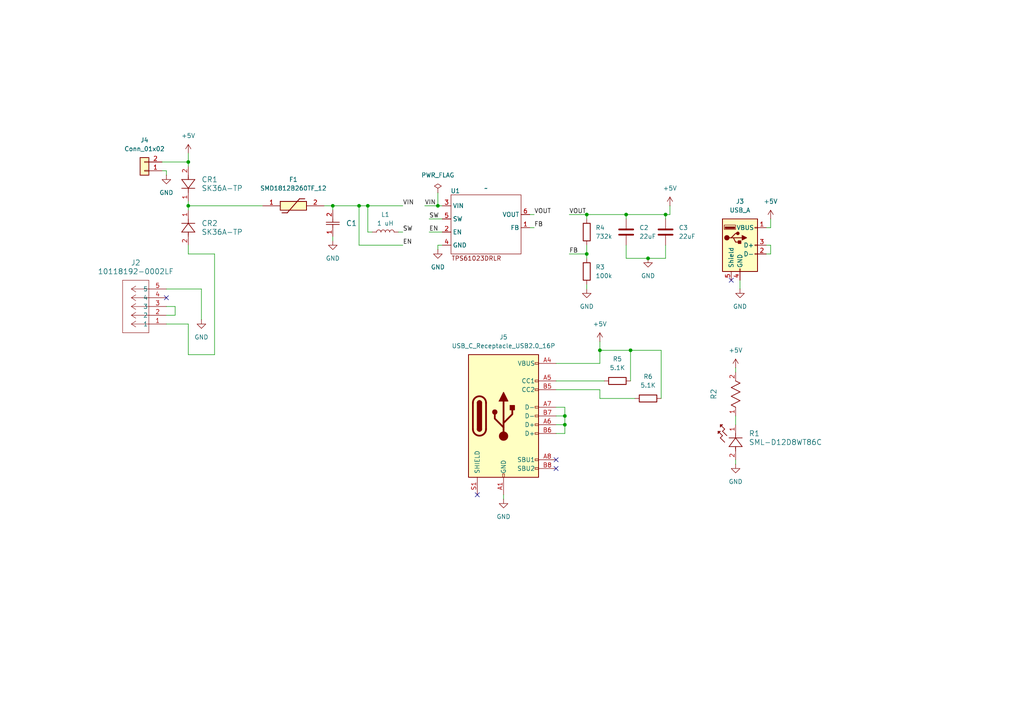
<source format=kicad_sch>
(kicad_sch (version 20250114) (generator "eeschema") (generator_version "9.0")
  (paper "A4")
  (lib_symbols
    (symbol "2025-02-28_00-44-59:10118192-0002LF" (pin_names (offset 0.254))
      (property "Reference" "J" (at 8.89 6.35 0))
      (property "Value" "10118192-0002LF" (at 0 0 0))
      (symbol "10118192-0002LF_1_1"
        (polyline (pts (xy 5.08 2.54) (xy 5.08 -12.7)) (stroke (width 0.127)))
        (polyline (pts (xy 5.08 -12.7) (xy 12.7 -12.7)) (stroke (width 0.127)))
        (polyline (pts (xy 10.16 0) (xy 5.08 0)) (stroke (width 0.127)))
        (polyline (pts (xy 10.16 0) (xy 8.89 0.8467)) (stroke (width 0.127)))
        (polyline (pts (xy 10.16 0) (xy 8.89 -0.8467)) (stroke (width 0.127)))
        (polyline (pts (xy 10.16 -2.54) (xy 5.08 -2.54)) (stroke (width 0.127)))
        (polyline (pts (xy 10.16 -2.54) (xy 8.89 -1.6933)) (stroke (width 0.127)))
        (polyline (pts (xy 10.16 -2.54) (xy 8.89 -3.3867)) (stroke (width 0.127)))
        (polyline (pts (xy 10.16 -5.08) (xy 5.08 -5.08)) (stroke (width 0.127)))
        (polyline (pts (xy 10.16 -5.08) (xy 8.89 -4.2333)) (stroke (width 0.127)))
        (polyline (pts (xy 10.16 -5.08) (xy 8.89 -5.9267)) (stroke (width 0.127)))
        (polyline (pts (xy 10.16 -7.62) (xy 5.08 -7.62)) (stroke (width 0.127)))
        (polyline (pts (xy 10.16 -7.62) (xy 8.89 -6.7733)) (stroke (width 0.127)))
        (polyline (pts (xy 10.16 -7.62) (xy 8.89 -8.4667)) (stroke (width 0.127)))
        (polyline (pts (xy 10.16 -10.16) (xy 5.08 -10.16)) (stroke (width 0.127)))
        (polyline (pts (xy 10.16 -10.16) (xy 8.89 -9.3133)) (stroke (width 0.127)))
        (polyline (pts (xy 10.16 -10.16) (xy 8.89 -11.0067)) (stroke (width 0.127)))
        (polyline (pts (xy 12.7 2.54) (xy 5.08 2.54)) (stroke (width 0.127)))
        (polyline (pts (xy 12.7 -12.7) (xy 12.7 2.54)) (stroke (width 0.127)))
        (pin unspecified line (at 0 0 0) (length 5.08) (name "1") (number "1"))
        (pin unspecified line (at 0 -2.54 0) (length 5.08) (name "2") (number "2"))
        (pin unspecified line (at 0 -5.08 0) (length 5.08) (name "3") (number "3"))
        (pin unspecified line (at 0 -7.62 0) (length 5.08) (name "4") (number "4"))
        (pin unspecified line (at 0 -10.16 0) (length 5.08) (name "5") (number "5"))
      )
      (symbol "10118192-0002LF_1_2"
        (polyline (pts (xy 5.08 2.54) (xy 5.08 -12.7)) (stroke (width 0.127)))
        (polyline (pts (xy 5.08 -12.7) (xy 12.7 -12.7)) (stroke (width 0.127)))
        (polyline (pts (xy 7.62 0) (xy 5.08 0)) (stroke (width 0.127)))
        (polyline (pts (xy 7.62 0) (xy 8.89 0.8467)) (stroke (width 0.127)))
        (polyline (pts (xy 7.62 0) (xy 8.89 -0.8467)) (stroke (width 0.127)))
        (polyline (pts (xy 7.62 -2.54) (xy 5.08 -2.54)) (stroke (width 0.127)))
        (polyline (pts (xy 7.62 -2.54) (xy 8.89 -1.6933)) (stroke (width 0.127)))
        (polyline (pts (xy 7.62 -2.54) (xy 8.89 -3.3867)) (stroke (width 0.127)))
        (polyline (pts (xy 7.62 -5.08) (xy 5.08 -5.08)) (stroke (width 0.127)))
        (polyline (pts (xy 7.62 -5.08) (xy 8.89 -4.2333)) (stroke (width 0.127)))
        (polyline (pts (xy 7.62 -5.08) (xy 8.89 -5.9267)) (stroke (width 0.127)))
        (polyline (pts (xy 7.62 -7.62) (xy 5.08 -7.62)) (stroke (width 0.127)))
        (polyline (pts (xy 7.62 -7.62) (xy 8.89 -6.7733)) (stroke (width 0.127)))
        (polyline (pts (xy 7.62 -7.62) (xy 8.89 -8.4667)) (stroke (width 0.127)))
        (polyline (pts (xy 7.62 -10.16) (xy 5.08 -10.16)) (stroke (width 0.127)))
        (polyline (pts (xy 7.62 -10.16) (xy 8.89 -9.3133)) (stroke (width 0.127)))
        (polyline (pts (xy 7.62 -10.16) (xy 8.89 -11.0067)) (stroke (width 0.127)))
        (polyline (pts (xy 12.7 2.54) (xy 5.08 2.54)) (stroke (width 0.127)))
        (polyline (pts (xy 12.7 -12.7) (xy 12.7 2.54)) (stroke (width 0.127)))
        (pin unspecified line (at 0 0 0) (length 5.08) (name "1") (number "1"))
        (pin unspecified line (at 0 -2.54 0) (length 5.08) (name "2") (number "2"))
        (pin unspecified line (at 0 -5.08 0) (length 5.08) (name "3") (number "3"))
        (pin unspecified line (at 0 -7.62 0) (length 5.08) (name "4") (number "4"))
        (pin unspecified line (at 0 -10.16 0) (length 5.08) (name "5") (number "5"))
      )
    )
    (symbol "2025-02-28_01-18-47:SK36A-TP" (pin_names (offset 0.254))
      (property "Reference" "CR" (at 5.08 4.445 0))
      (property "Value" "SK36A-TP" (at 5.08 -3.81 0))
      (symbol "SK36A-TP_1_1"
        (polyline (pts (xy 2.54 0) (xy 3.4798 0)) (stroke (width 0.2032)))
        (polyline (pts (xy 3.175 0) (xy 3.81 0)) (stroke (width 0.2032)))
        (polyline (pts (xy 3.81 1.905) (xy 3.81 -1.905)) (stroke (width 0.2032)))
        (polyline (pts (xy 3.81 -1.905) (xy 6.35 0)) (stroke (width 0.2032)))
        (polyline (pts (xy 6.35 0) (xy 3.81 1.905)) (stroke (width 0.2032)))
        (polyline (pts (xy 6.35 0) (xy 7.62 0)) (stroke (width 0.2032)))
        (polyline (pts (xy 6.35 -1.905) (xy 6.35 1.905)) (stroke (width 0.2032)))
        (pin unspecified line (at 0 0 0) (length 2.54) (name "") (number "2"))
        (pin unspecified line (at 10.16 0 180) (length 2.54) (name "") (number "1"))
      )
      (symbol "SK36A-TP_1_2"
        (polyline (pts (xy -1.905 3.81) (xy 1.905 3.81)) (stroke (width 0.2032)))
        (polyline (pts (xy 0 6.35) (xy -1.905 3.81)) (stroke (width 0.2032)))
        (polyline (pts (xy 0 6.35) (xy 0 7.62)) (stroke (width 0.2032)))
        (polyline (pts (xy 0 3.175) (xy 0 3.81)) (stroke (width 0.2032)))
        (polyline (pts (xy 0 2.54) (xy 0 3.4798)) (stroke (width 0.2032)))
        (polyline (pts (xy 1.905 6.35) (xy -1.905 6.35)) (stroke (width 0.2032)))
        (polyline (pts (xy 1.905 3.81) (xy 0 6.35)) (stroke (width 0.2032)))
        (pin unspecified line (at 0 10.16 270) (length 2.54) (name "") (number "1"))
        (pin unspecified line (at 0 0 90) (length 2.54) (name "") (number "2"))
      )
    )
    (symbol "2025-02-28_03-17-54:SML-D12D8WT86C" (pin_names (offset 0.254))
      (property "Reference" "R" (at 5.08 -4.445 0))
      (property "Value" "SML-D12D8WT86C" (at 5.08 -7.62 0))
      (symbol "SML-D12D8WT86C_1_1"
        (polyline (pts (xy 2.54 0) (xy 3.4798 0)) (stroke (width 0.2032)))
        (polyline (pts (xy 3.175 0) (xy 3.81 0)) (stroke (width 0.2032)))
        (polyline (pts (xy 3.81 1.905) (xy 3.81 -1.905)) (stroke (width 0.2032)))
        (polyline (pts (xy 3.81 -1.905) (xy 6.35 0)) (stroke (width 0.2032)))
        (polyline (pts (xy 5.08 3.175) (xy 6.35 4.445)) (stroke (width 0.2032)))
        (polyline (pts (xy 6.35 4.445) (xy 6.985 3.81)) (stroke (width 0.2032)))
        (polyline (pts (xy 6.35 0) (xy 3.81 1.905)) (stroke (width 0.2032)))
        (polyline (pts (xy 6.35 0) (xy 7.62 0)) (stroke (width 0.2032)))
        (polyline (pts (xy 6.35 -1.905) (xy 6.35 1.905)) (stroke (width 0.2032)))
        (polyline (pts (xy 6.985 3.81) (xy 8.255 5.08)) (stroke (width 0.2032)))
        (polyline (pts (xy 6.985 2.54) (xy 8.255 3.81)) (stroke (width 0.2032)))
        (polyline (pts (xy 7.62 5.08) (xy 8.255 4.445)) (stroke (width 0.2032)))
        (polyline (pts (xy 8.255 5.08) (xy 7.62 5.08)) (stroke (width 0.2032)))
        (polyline (pts (xy 8.255 4.445) (xy 8.255 5.08)) (stroke (width 0.2032)))
        (polyline (pts (xy 8.255 3.81) (xy 8.89 3.175)) (stroke (width 0.2032)))
        (polyline (pts (xy 8.89 3.175) (xy 10.16 4.445)) (stroke (width 0.2032)))
        (polyline (pts (xy 9.525 4.445) (xy 10.16 3.81)) (stroke (width 0.2032)))
        (polyline (pts (xy 10.16 4.445) (xy 9.525 4.445)) (stroke (width 0.2032)))
        (polyline (pts (xy 10.16 3.81) (xy 10.16 4.445)) (stroke (width 0.2032)))
        (pin unspecified line (at 0 0 0) (length 2.54) (name "") (number "2"))
        (pin unspecified line (at 10.16 0 180) (length 2.54) (name "") (number "1"))
      )
      (symbol "SML-D12D8WT86C_1_2"
        (polyline (pts (xy -5.08 8.255) (xy -5.08 7.62)) (stroke (width 0.2032)))
        (polyline (pts (xy -5.08 7.62) (xy -4.445 8.255)) (stroke (width 0.2032)))
        (polyline (pts (xy -4.445 10.16) (xy -4.445 9.525)) (stroke (width 0.2032)))
        (polyline (pts (xy -4.445 9.525) (xy -3.81 10.16)) (stroke (width 0.2032)))
        (polyline (pts (xy -4.445 8.255) (xy -5.08 8.255)) (stroke (width 0.2032)))
        (polyline (pts (xy -4.445 6.35) (xy -3.81 6.985)) (stroke (width 0.2032)))
        (polyline (pts (xy -3.81 10.16) (xy -4.445 10.16)) (stroke (width 0.2032)))
        (polyline (pts (xy -3.81 8.255) (xy -3.175 8.89)) (stroke (width 0.2032)))
        (polyline (pts (xy -3.81 6.985) (xy -5.08 8.255)) (stroke (width 0.2032)))
        (polyline (pts (xy -3.175 8.89) (xy -4.445 10.16)) (stroke (width 0.2032)))
        (polyline (pts (xy -3.175 5.08) (xy -4.445 6.35)) (stroke (width 0.2032)))
        (polyline (pts (xy -2.54 6.985) (xy -3.81 8.255)) (stroke (width 0.2032)))
        (polyline (pts (xy -1.905 3.81) (xy 1.905 3.81)) (stroke (width 0.2032)))
        (polyline (pts (xy 0 6.35) (xy -1.905 3.81)) (stroke (width 0.2032)))
        (polyline (pts (xy 0 6.35) (xy 0 7.62)) (stroke (width 0.2032)))
        (polyline (pts (xy 0 3.175) (xy 0 3.81)) (stroke (width 0.2032)))
        (polyline (pts (xy 0 2.54) (xy 0 3.4798)) (stroke (width 0.2032)))
        (polyline (pts (xy 1.905 6.35) (xy -1.905 6.35)) (stroke (width 0.2032)))
        (polyline (pts (xy 1.905 3.81) (xy 0 6.35)) (stroke (width 0.2032)))
        (pin unspecified line (at 0 10.16 270) (length 2.54) (name "") (number "1"))
        (pin unspecified line (at 0 0 90) (length 2.54) (name "") (number "2"))
      )
    )
    (symbol "2025-02-28_03-24-14:RR0816P-2800-D-44A" (pin_names (offset 0.254))
      (property "Reference" "R" (at 5.715 3.81 0))
      (property "Value" "RR0816P-2800-D-44A" (at 6.35 -3.81 0))
      (symbol "RR0816P-2800-D-44A_1_1"
        (polyline (pts (xy 2.54 0) (xy 3.175 1.27)) (stroke (width 0.2032)))
        (polyline (pts (xy 3.175 1.27) (xy 4.445 -1.27)) (stroke (width 0.2032)))
        (polyline (pts (xy 4.445 -1.27) (xy 5.715 1.27)) (stroke (width 0.2032)))
        (polyline (pts (xy 5.715 1.27) (xy 6.985 -1.27)) (stroke (width 0.2032)))
        (polyline (pts (xy 6.985 -1.27) (xy 8.255 1.27)) (stroke (width 0.2032)))
        (polyline (pts (xy 8.255 1.27) (xy 9.525 -1.27)) (stroke (width 0.2032)))
        (polyline (pts (xy 9.525 -1.27) (xy 10.16 0)) (stroke (width 0.2032)))
        (pin unspecified line (at 0 0 0) (length 2.54) (name "") (number "1"))
        (pin unspecified line (at 12.7 0 180) (length 2.54) (name "") (number "2"))
      )
      (symbol "RR0816P-2800-D-44A_1_2"
        (polyline (pts (xy -1.27 8.255) (xy 1.27 9.525)) (stroke (width 0.2032)))
        (polyline (pts (xy -1.27 5.715) (xy 1.27 6.985)) (stroke (width 0.2032)))
        (polyline (pts (xy -1.27 3.175) (xy 1.27 4.445)) (stroke (width 0.2032)))
        (polyline (pts (xy 0 2.54) (xy -1.27 3.175)) (stroke (width 0.2032)))
        (polyline (pts (xy 1.27 9.525) (xy 0 10.16)) (stroke (width 0.2032)))
        (polyline (pts (xy 1.27 6.985) (xy -1.27 8.255)) (stroke (width 0.2032)))
        (polyline (pts (xy 1.27 4.445) (xy -1.27 5.715)) (stroke (width 0.2032)))
        (pin unspecified line (at 0 12.7 270) (length 2.54) (name "") (number "1"))
        (pin unspecified line (at 0 0 90) (length 2.54) (name "") (number "2"))
      )
    )
    (symbol "2025-02-28_03-29-39:CL10A106KQ8NNNC" (pin_names (offset 0.254))
      (property "Reference" "C" (at 3.81 3.81 0))
      (property "Value" "CL10A106KQ8NNNC" (at 3.81 -3.81 0))
      (symbol "CL10A106KQ8NNNC_1_1"
        (polyline (pts (xy 2.54 0) (xy 3.4798 0)) (stroke (width 0.2032)))
        (polyline (pts (xy 3.4798 -1.905) (xy 3.4798 1.905)) (stroke (width 0.2032)))
        (polyline (pts (xy 4.1148 0) (xy 5.08 0)) (stroke (width 0.2032)))
        (polyline (pts (xy 4.1148 -1.905) (xy 4.1148 1.905)) (stroke (width 0.2032)))
        (pin unspecified line (at 0 0 0) (length 2.54) (name "") (number "1"))
        (pin unspecified line (at 7.62 0 180) (length 2.54) (name "") (number "2"))
      )
      (symbol "CL10A106KQ8NNNC_1_2"
        (polyline (pts (xy -1.905 -3.4798) (xy 1.905 -3.4798)) (stroke (width 0.2032)))
        (polyline (pts (xy -1.905 -4.1148) (xy 1.905 -4.1148)) (stroke (width 0.2032)))
        (polyline (pts (xy 0 -2.54) (xy 0 -3.4798)) (stroke (width 0.2032)))
        (polyline (pts (xy 0 -4.1148) (xy 0 -5.08)) (stroke (width 0.2032)))
        (pin unspecified line (at 0 0 270) (length 2.54) (name "") (number "1"))
        (pin unspecified line (at 0 -7.62 90) (length 2.54) (name "") (number "2"))
      )
    )
    (symbol "Connector:USB_A" (pin_names (offset 1.016))
      (property "Reference" "J" (at -5.08 11.43 0))
      (property "Value" "USB_A" (at -5.08 8.89 0))
      (symbol "USB_A_0_1"
        (rectangle (start -5.08 -7.62) (end 5.08 7.62) (stroke (width 0.254)) (fill (type background)))
        (circle (center -3.81 2.159) (radius 0.635) (stroke (width 0.254)) (fill (type outline)))
        (polyline (pts (xy -3.175 2.159) (xy -2.54 2.159) (xy -1.27 3.429) (xy -0.635 3.429)) (stroke (width 0.254)))
        (polyline (pts (xy -2.54 2.159) (xy -1.905 2.159) (xy -1.27 0.889) (xy 0 0.889)) (stroke (width 0.254)))
        (rectangle (start -1.524 4.826) (end -4.318 5.334) (fill (type outline)))
        (rectangle (start -1.27 4.572) (end -4.572 5.842))
        (circle (center -0.635 3.429) (radius 0.381) (stroke (width 0.254)) (fill (type outline)))
        (rectangle (start -0.127 -7.62) (end 0.127 -6.858))
        (rectangle (start 0.254 1.27) (end -0.508 0.508) (stroke (width 0.254)) (fill (type outline)))
        (polyline (pts (xy 0.635 2.794) (xy 0.635 1.524) (xy 1.905 2.159) (xy 0.635 2.794)) (stroke (width 0.254)) (fill (type outline)))
        (rectangle (start 5.08 4.953) (end 4.318 5.207))
        (rectangle (start 5.08 -0.127) (end 4.318 0.127))
        (rectangle (start 5.08 -2.667) (end 4.318 -2.413))
      )
      (symbol "USB_A_1_1"
        (polyline (pts (xy -1.905 2.159) (xy 0.635 2.159)) (stroke (width 0.254)))
        (pin passive line (at -2.54 -10.16 90) (length 2.54) (name "Shield") (number "5"))
        (pin power_in line (at 0 -10.16 90) (length 2.54) (name "GND") (number "4"))
        (pin power_in line (at 7.62 5.08 180) (length 2.54) (name "VBUS") (number "1"))
        (pin bidirectional line (at 7.62 0 180) (length 2.54) (name "D+") (number "3"))
        (pin bidirectional line (at 7.62 -2.54 180) (length 2.54) (name "D-") (number "2"))
      )
    )
    (symbol "Connector:USB_C_Receptacle_USB2.0_16P" (pin_names (offset 1.016))
      (property "Reference" "J" (at 0 22.225 0))
      (property "Value" "USB_C_Receptacle_USB2.0_16P" (at 0 19.685 0))
      (symbol "USB_C_Receptacle_USB2.0_16P_0_0"
        (rectangle (start -0.254 -17.78) (end 0.254 -16.764))
        (rectangle (start 10.16 15.494) (end 9.144 14.986))
        (rectangle (start 10.16 10.414) (end 9.144 9.906))
        (rectangle (start 10.16 7.874) (end 9.144 7.366))
        (rectangle (start 10.16 2.794) (end 9.144 2.286))
        (rectangle (start 10.16 0.254) (end 9.144 -0.254))
        (rectangle (start 10.16 -2.286) (end 9.144 -2.794))
        (rectangle (start 10.16 -4.826) (end 9.144 -5.334))
        (rectangle (start 10.16 -12.446) (end 9.144 -12.954))
        (rectangle (start 10.16 -14.986) (end 9.144 -15.494))
      )
      (symbol "USB_C_Receptacle_USB2.0_16P_0_1"
        (rectangle (start -10.16 17.78) (end 10.16 -17.78) (stroke (width 0.254)) (fill (type background)))
        (polyline (pts (xy -8.89 -3.81) (xy -8.89 3.81)) (stroke (width 0.508)))
        (rectangle (start -7.62 -3.81) (end -6.35 3.81) (stroke (width 0.254)) (fill (type outline)))
        (arc (start -7.62 3.81) (mid -6.985 4.4423) (end -6.35 3.81) (stroke (width 0.254)))
        (arc (start -7.62 3.81) (mid -6.985 4.4423) (end -6.35 3.81) (stroke (width 0.254)) (fill (type outline)))
        (arc (start -8.89 3.81) (mid -6.985 5.7067) (end -5.08 3.81) (stroke (width 0.508)))
        (arc (start -5.08 -3.81) (mid -6.985 -5.7067) (end -8.89 -3.81) (stroke (width 0.508)))
        (arc (start -6.35 -3.81) (mid -6.985 -4.4423) (end -7.62 -3.81) (stroke (width 0.254)))
        (arc (start -6.35 -3.81) (mid -6.985 -4.4423) (end -7.62 -3.81) (stroke (width 0.254)) (fill (type outline)))
        (polyline (pts (xy -5.08 3.81) (xy -5.08 -3.81)) (stroke (width 0.508)))
        (circle (center -2.54 1.143) (radius 0.635) (stroke (width 0.254)) (fill (type outline)))
        (polyline (pts (xy -1.27 4.318) (xy 0 6.858) (xy 1.27 4.318) (xy -1.27 4.318)) (stroke (width 0.254)) (fill (type outline)))
        (polyline (pts (xy 0 -2.032) (xy 2.54 0.508) (xy 2.54 1.778)) (stroke (width 0.508)))
        (polyline (pts (xy 0 -3.302) (xy -2.54 -0.762) (xy -2.54 0.508)) (stroke (width 0.508)))
        (polyline (pts (xy 0 -5.842) (xy 0 4.318)) (stroke (width 0.508)))
        (circle (center 0 -5.842) (radius 1.27) (fill (type outline)))
        (rectangle (start 1.905 1.778) (end 3.175 3.048) (stroke (width 0.254)) (fill (type outline)))
      )
      (symbol "USB_C_Receptacle_USB2.0_16P_1_1"
        (pin passive line (at -7.62 -22.86 90) (length 5.08) (name "SHIELD") (number "S1"))
        (pin passive line (at 0 -22.86 90) (length 5.08) (name "GND") (number "A1"))
        (pin passive line (at 0 -22.86 90) (length 5.08) (hide yes) (name "GND") (number "A12"))
        (pin passive line (at 0 -22.86 90) (length 5.08) (hide yes) (name "GND") (number "B1"))
        (pin passive line (at 0 -22.86 90) (length 5.08) (hide yes) (name "GND") (number "B12"))
        (pin passive line (at 15.24 15.24 180) (length 5.08) (name "VBUS") (number "A4"))
        (pin passive line (at 15.24 15.24 180) (length 5.08) (hide yes) (name "VBUS") (number "A9"))
        (pin passive line (at 15.24 15.24 180) (length 5.08) (hide yes) (name "VBUS") (number "B4"))
        (pin passive line (at 15.24 15.24 180) (length 5.08) (hide yes) (name "VBUS") (number "B9"))
        (pin bidirectional line (at 15.24 10.16 180) (length 5.08) (name "CC1") (number "A5"))
        (pin bidirectional line (at 15.24 7.62 180) (length 5.08) (name "CC2") (number "B5"))
        (pin bidirectional line (at 15.24 2.54 180) (length 5.08) (name "D-") (number "A7"))
        (pin bidirectional line (at 15.24 0 180) (length 5.08) (name "D-") (number "B7"))
        (pin bidirectional line (at 15.24 -2.54 180) (length 5.08) (name "D+") (number "A6"))
        (pin bidirectional line (at 15.24 -5.08 180) (length 5.08) (name "D+") (number "B6"))
        (pin bidirectional line (at 15.24 -12.7 180) (length 5.08) (name "SBU1") (number "A8"))
        (pin bidirectional line (at 15.24 -15.24 180) (length 5.08) (name "SBU2") (number "B8"))
      )
    )
    (symbol "Connector_Generic:Conn_01x02" (pin_names (offset 1.016) (hide yes))
      (property "Reference" "J" (at 0 2.54 0))
      (property "Value" "Conn_01x02" (at 0 -5.08 0))
      (symbol "Conn_01x02_1_1"
        (rectangle (start -1.27 1.27) (end 1.27 -3.81) (stroke (width 0.254)) (fill (type background)))
        (rectangle (start -1.27 0.127) (end 0 -0.127) (stroke (width 0.1524)))
        (rectangle (start -1.27 -2.413) (end 0 -2.667) (stroke (width 0.1524)))
        (pin passive line (at -5.08 0 0) (length 3.81) (name "Pin_1") (number "1"))
        (pin passive line (at -5.08 -2.54 0) (length 3.81) (name "Pin_2") (number "2"))
      )
    )
    (symbol "Device:C" (pin_numbers (hide yes)) (pin_names (offset 0.254))
      (property "Reference" "C" (at 0.635 2.54 0))
      (property "Value" "C" (at 0.635 -2.54 0))
      (symbol "C_0_1"
        (polyline (pts (xy -2.032 0.762) (xy 2.032 0.762)) (stroke (width 0.508)))
        (polyline (pts (xy -2.032 -0.762) (xy 2.032 -0.762)) (stroke (width 0.508)))
      )
      (symbol "C_1_1"
        (pin passive line (at 0 3.81 270) (length 2.794) (name "~") (number "1"))
        (pin passive line (at 0 -3.81 90) (length 2.794) (name "~") (number "2"))
      )
    )
    (symbol "Device:L" (pin_numbers (hide yes)) (pin_names (offset 1.016) (hide yes))
      (property "Reference" "L" (at -1.27 0 90))
      (property "Value" "L" (at 1.905 0 90))
      (symbol "L_0_1"
        (arc (start 0 2.54) (mid 0.6323 1.905) (end 0 1.27))
        (arc (start 0 1.27) (mid 0.6323 0.635) (end 0 0))
        (arc (start 0 0) (mid 0.6323 -0.635) (end 0 -1.27))
        (arc (start 0 -1.27) (mid 0.6323 -1.905) (end 0 -2.54))
      )
      (symbol "L_1_1"
        (pin passive line (at 0 3.81 270) (length 1.27) (name "1") (number "1"))
        (pin passive line (at 0 -3.81 90) (length 1.27) (name "2") (number "2"))
      )
    )
    (symbol "Device:R" (pin_numbers (hide yes)) (pin_names (offset 0))
      (property "Reference" "R" (at 2.032 0 90))
      (property "Value" "R" (at 0 0 90))
      (symbol "R_0_1"
        (rectangle (start -1.016 -2.54) (end 1.016 2.54) (stroke (width 0.254)))
      )
      (symbol "R_1_1"
        (pin passive line (at 0 3.81 270) (length 1.27) (name "~") (number "1"))
        (pin passive line (at 0 -3.81 90) (length 1.27) (name "~") (number "2"))
      )
    )
    (symbol "SMD1812B260TF_12:SMD1812B260TF_12" (pin_names (hide yes))
      (property "Reference" "F" (at 13.97 6.35 0))
      (property "Value" "SMD1812B260TF_12" (at 13.97 3.81 0))
      (symbol "SMD1812B260TF_12_1_1"
        (rectangle (start 5.08 1.27) (end 12.7 -1.27) (stroke (width 0.254)) (fill (type background)))
        (polyline (pts (xy 5.588 -2.032) (xy 7.112 -2.032)) (stroke (width 0.254)))
        (polyline (pts (xy 10.668 2.032) (xy 7.112 -2.032)) (stroke (width 0.254)))
        (polyline (pts (xy 10.668 2.032) (xy 12.192 2.032)) (stroke (width 0.254)))
        (pin passive line (at 0 0 0) (length 5.08) (name "1") (number "1"))
        (pin passive line (at 17.78 0 180) (length 5.08) (name "2") (number "2"))
      )
    )
    (symbol "USBChargerLibrary:TPS61023DRLR"
      (property "Reference" "U1" (at -8.89 9.398 0))
      (property "Value" "~" (at 0 10.16 0))
      (symbol "TPS61023DRLR_0_1"
        (rectangle (start -10.16 8.255) (end 10.16 -8.89))
      )
      (symbol "TPS61023DRLR_1_1"
        (text "TPS61023DRLR" (at -2.794 -10.16 0) (effects (font (size 1.27 1.27))))
        (pin power_in line (at -12.7 5.08 0) (length 2.54) (name "VIN") (number "3"))
        (pin output line (at -12.7 1.27 0) (length 2.54) (name "SW") (number "5"))
        (pin input line (at -12.7 -2.54 0) (length 2.54) (name "EN") (number "2"))
        (pin power_out line (at -12.7 -6.35 0) (length 2.54) (name "GND") (number "4"))
        (pin power_out line (at 12.7 2.54 180) (length 2.54) (name "VOUT") (number "6"))
        (pin power_out line (at 12.7 -1.27 180) (length 2.54) (name "FB") (number "1"))
      )
    )
    (symbol "power:+5V" (power) (pin_numbers (hide yes)) (pin_names (offset 0) (hide yes))
      (property "Value" "+5V" (at 0 3.556 0))
      (symbol "+5V_0_1"
        (polyline (pts (xy -0.762 1.27) (xy 0 2.54)))
        (polyline (pts (xy 0 2.54) (xy 0.762 1.27)))
        (polyline (pts (xy 0 0) (xy 0 2.54)))
      )
      (symbol "+5V_1_1"
        (pin power_in line (at 0 0 90) (length 0) (name "~") (number "1"))
      )
    )
    (symbol "power:GND" (power) (pin_numbers (hide yes)) (pin_names (offset 0) (hide yes))
      (property "Value" "GND" (at 0 -3.81 0))
      (symbol "GND_0_1"
        (polyline (pts (xy 0 0) (xy 0 -1.27) (xy 1.27 -1.27) (xy 0 -2.54) (xy -1.27 -1.27) (xy 0 -1.27)))
      )
      (symbol "GND_1_1"
        (pin power_in line (at 0 0 270) (length 0) (name "~") (number "1"))
      )
    )
    (symbol "power:PWR_FLAG" (power) (pin_numbers (hide yes)) (pin_names (offset 0) (hide yes))
      (property "Value" "PWR_FLAG" (at 0 3.81 0))
      (symbol "PWR_FLAG_0_0"
        (pin power_out line (at 0 0 90) (length 0) (name "~") (number "1"))
      )
      (symbol "PWR_FLAG_0_1"
        (polyline (pts (xy 0 0) (xy 0 1.27) (xy -1.016 1.905) (xy 0 2.54) (xy 1.016 1.905) (xy 0 1.27)))
      )
    )
  )
  (junction (at 170.18 62.23))
  (junction (at 182.88 101.6))
  (junction (at 181.61 62.23))
  (junction (at 163.83 120.65))
  (junction (at 127 59.69))
  (junction (at 54.61 46.99))
  (junction (at 96.52 59.69))
  (junction (at 104.14 59.69))
  (junction (at 187.96 74.93))
  (junction (at 170.18 73.66))
  (junction (at 54.61 59.69))
  (junction (at 173.99 101.6))
  (junction (at 193.04 62.23))
  (junction (at 106.68 59.69))
  (junction (at 163.83 123.19))
  (no_connect (at 161.29 135.89))
  (no_connect (at 138.43 143.51))
  (no_connect (at 161.29 133.35))
  (no_connect (at 48.26 86.36))
  (no_connect (at 212.09 81.28))
  (wire (pts (xy 173.99 113.03) (xy 173.99 115.57)))
  (wire (pts (xy 181.61 62.23) (xy 193.04 62.23)))
  (wire (pts (xy 165.1 73.66) (xy 170.18 73.66)))
  (wire (pts (xy 46.99 49.53) (xy 48.26 49.53)))
  (wire (pts (xy 181.61 62.23) (xy 181.61 63.5)))
  (wire (pts (xy 146.05 143.51) (xy 146.05 144.78)))
  (wire (pts (xy 104.14 59.69) (xy 106.68 59.69)))
  (wire (pts (xy 50.8 88.9) (xy 50.8 91.44)))
  (wire (pts (xy 161.29 113.03) (xy 173.99 113.03)))
  (wire (pts (xy 182.88 101.6) (xy 191.77 101.6)))
  (wire (pts (xy 173.99 115.57) (xy 184.15 115.57)))
  (wire (pts (xy 54.61 73.66) (xy 54.61 71.12)))
  (wire (pts (xy 124.46 63.5) (xy 128.27 63.5)))
  (wire (pts (xy 161.29 123.19) (xy 163.83 123.19)))
  (wire (pts (xy 193.04 63.5) (xy 193.04 62.23)))
  (wire (pts (xy 104.14 59.69) (xy 104.14 71.12)))
  (wire (pts (xy 222.25 73.66) (xy 223.52 73.66)))
  (wire (pts (xy 127 71.12) (xy 127 72.39)))
  (wire (pts (xy 163.83 118.11) (xy 163.83 120.65)))
  (wire (pts (xy 170.18 82.55) (xy 170.18 83.82)))
  (wire (pts (xy 193.04 71.12) (xy 193.04 74.93)))
  (wire (pts (xy 54.61 46.99) (xy 54.61 48.26)))
  (wire (pts (xy 153.67 62.23) (xy 154.94 62.23)))
  (wire (pts (xy 127 59.69) (xy 128.27 59.69)))
  (wire (pts (xy 161.29 120.65) (xy 163.83 120.65)))
  (wire (pts (xy 213.36 106.68) (xy 213.36 107.95)))
  (wire (pts (xy 48.26 88.9) (xy 50.8 88.9)))
  (wire (pts (xy 48.26 91.44) (xy 50.8 91.44)))
  (wire (pts (xy 163.83 120.65) (xy 163.83 123.19)))
  (wire (pts (xy 161.29 105.41) (xy 173.99 105.41)))
  (wire (pts (xy 96.52 59.69) (xy 96.52 60.96)))
  (wire (pts (xy 124.46 67.31) (xy 128.27 67.31)))
  (wire (pts (xy 127 71.12) (xy 128.27 71.12)))
  (wire (pts (xy 62.23 102.87) (xy 62.23 73.66)))
  (wire (pts (xy 123.19 59.69) (xy 127 59.69)))
  (wire (pts (xy 165.1 62.23) (xy 170.18 62.23)))
  (wire (pts (xy 46.99 46.99) (xy 54.61 46.99)))
  (wire (pts (xy 182.88 110.49) (xy 182.88 101.6)))
  (wire (pts (xy 170.18 62.23) (xy 170.18 63.5)))
  (wire (pts (xy 153.67 66.04) (xy 154.94 66.04)))
  (wire (pts (xy 54.61 93.98) (xy 54.61 102.87)))
  (wire (pts (xy 48.26 93.98) (xy 54.61 93.98)))
  (wire (pts (xy 107.95 67.31) (xy 106.68 67.31)))
  (wire (pts (xy 48.26 83.82) (xy 58.42 83.82)))
  (wire (pts (xy 173.99 101.6) (xy 173.99 105.41)))
  (wire (pts (xy 191.77 115.57) (xy 191.77 101.6)))
  (wire (pts (xy 93.98 59.69) (xy 96.52 59.69)))
  (wire (pts (xy 54.61 102.87) (xy 62.23 102.87)))
  (wire (pts (xy 222.25 66.04) (xy 223.52 66.04)))
  (wire (pts (xy 170.18 71.12) (xy 170.18 73.66)))
  (wire (pts (xy 187.96 74.93) (xy 193.04 74.93)))
  (wire (pts (xy 54.61 59.69) (xy 76.2 59.69)))
  (wire (pts (xy 106.68 59.69) (xy 116.84 59.69)))
  (wire (pts (xy 48.26 49.53) (xy 48.26 50.8)))
  (wire (pts (xy 213.36 133.35) (xy 213.36 134.62)))
  (wire (pts (xy 161.29 125.73) (xy 163.83 125.73)))
  (wire (pts (xy 170.18 73.66) (xy 170.18 74.93)))
  (wire (pts (xy 213.36 120.65) (xy 213.36 123.19)))
  (wire (pts (xy 222.25 71.12) (xy 223.52 71.12)))
  (wire (pts (xy 214.63 81.28) (xy 214.63 83.82)))
  (wire (pts (xy 62.23 73.66) (xy 54.61 73.66)))
  (wire (pts (xy 58.42 83.82) (xy 58.42 92.71)))
  (wire (pts (xy 96.52 68.58) (xy 96.52 69.85)))
  (wire (pts (xy 96.52 59.69) (xy 104.14 59.69)))
  (wire (pts (xy 127 55.88) (xy 127 59.69)))
  (wire (pts (xy 181.61 74.93) (xy 187.96 74.93)))
  (wire (pts (xy 170.18 62.23) (xy 181.61 62.23)))
  (wire (pts (xy 161.29 118.11) (xy 163.83 118.11)))
  (wire (pts (xy 173.99 101.6) (xy 182.88 101.6)))
  (wire (pts (xy 181.61 71.12) (xy 181.61 74.93)))
  (wire (pts (xy 54.61 59.69) (xy 54.61 60.96)))
  (wire (pts (xy 115.57 67.31) (xy 116.84 67.31)))
  (wire (pts (xy 163.83 123.19) (xy 163.83 125.73)))
  (wire (pts (xy 54.61 58.42) (xy 54.61 59.69)))
  (wire (pts (xy 223.52 71.12) (xy 223.52 73.66)))
  (wire (pts (xy 194.31 59.69) (xy 194.31 62.23)))
  (wire (pts (xy 161.29 110.49) (xy 175.26 110.49)))
  (wire (pts (xy 106.68 59.69) (xy 106.68 67.31)))
  (wire (pts (xy 193.04 62.23) (xy 194.31 62.23)))
  (wire (pts (xy 223.52 63.5) (xy 223.52 66.04)))
  (wire (pts (xy 54.61 44.45) (xy 54.61 46.99)))
  (wire (pts (xy 173.99 99.06) (xy 173.99 101.6)))
  (wire (pts (xy 104.14 71.12) (xy 116.84 71.12)))
  (label "VOUT" (at 165.1 62.23 0))
  (label "VIN" (at 123.19 59.69 0))
  (label "FB" (at 165.1 73.66 0))
  (label "EN" (at 116.84 71.12 0))
  (label "SW" (at 116.84 67.31 0))
  (label "FB" (at 154.94 66.04 0))
  (label "SW" (at 124.46 63.5 0))
  (label "VOUT" (at 154.94 62.23 0))
  (label "VIN" (at 116.84 59.69 0))
  (label "EN" (at 124.46 67.31 0))
  (symbol (lib_id "Device:L") (at 111.76 67.31 90) (unit 1)
    (property "Reference" "L1" (at 111.76 62.23 90))
    (property "Value" "1 uH" (at 111.76 64.77 90))
    (property "Description" "Inductor" (effects (hide yes)))
  )
  (symbol (lib_id "power:+5V") (at 213.36 106.68 0) (unit 1)
    (property "Reference" "#PWR012" (effects (hide yes)))
    (property "Value" "+5V" (at 213.36 101.6 0))
    (property "Description" "Power symbol creates a global label with name \"+5V\"" (effects (hide yes)))
  )
  (symbol (lib_id "Device:C") (at 181.61 67.31 0) (unit 1)
    (property "Reference" "C2" (at 185.42 66.0399 0) (effects (justify left)))
    (property "Value" "22uF" (at 185.42 68.5799 0) (effects (justify left)))
    (property "Description" "Unpolarized capacitor" (effects (hide yes)))
  )
  (symbol (lib_id "Connector:USB_A") (at 214.63 71.12 0) (unit 1)
    (property "Reference" "J3" (at 214.63 58.42 0))
    (property "Value" "USB_A" (at 214.63 60.96 0))
    (property "Description" "USB Type A connector" (effects (hide yes)))
  )
  (symbol (lib_id "power:GND") (at 187.96 74.93 0) (unit 1)
    (property "Reference" "#PWR04" (effects (hide yes)))
    (property "Value" "GND" (at 187.96 80.01 0))
    (property "Description" "Power symbol creates a global label with name \"GND\" , ground" (effects (hide yes)))
  )
  (symbol (lib_id "power:+5V") (at 173.99 99.06 0) (unit 1)
    (property "Reference" "#PWR010" (effects (hide yes)))
    (property "Value" "+5V" (at 173.99 93.98 0))
    (property "Description" "Power symbol creates a global label with name \"+5V\"" (effects (hide yes)))
  )
  (symbol (lib_id "power:GND") (at 170.18 83.82 0) (unit 1)
    (property "Reference" "#PWR014" (effects (hide yes)))
    (property "Value" "GND" (at 170.18 88.9 0))
    (property "Description" "Power symbol creates a global label with name \"GND\" , ground" (effects (hide yes)))
  )
  (symbol (lib_id "power:+5V") (at 54.61 44.45 0) (unit 1)
    (property "Reference" "#PWR05" (effects (hide yes)))
    (property "Value" "+5V" (at 54.61 39.37 0))
    (property "Description" "Power symbol creates a global label with name \"+5V\"" (effects (hide yes)))
  )
  (symbol (lib_id "Device:R") (at 179.07 110.49 90) (unit 1)
    (property "Reference" "R5" (at 179.07 104.14 90))
    (property "Value" "5.1K" (at 179.07 106.68 90))
    (property "Description" "Resistor" (effects (hide yes)))
  )
  (symbol (lib_id "power:+5V") (at 194.31 59.69 0) (unit 1)
    (property "Reference" "#PWR06" (effects (hide yes)))
    (property "Value" "+5V" (at 194.31 54.61 0))
    (property "Description" "Power symbol creates a global label with name \"+5V\"" (effects (hide yes)))
  )
  (symbol (lib_id "power:GND") (at 213.36 134.62 0) (unit 1)
    (property "Reference" "#PWR013" (effects (hide yes)))
    (property "Value" "GND" (at 213.36 139.7 0))
    (property "Description" "Power symbol creates a global label with name \"GND\" , ground" (effects (hide yes)))
  )
  (symbol (lib_id "power:GND") (at 127 72.39 0) (unit 1)
    (property "Reference" "#PWR03" (effects (hide yes)))
    (property "Value" "GND" (at 127 77.47 0))
    (property "Description" "Power symbol creates a global label with name \"GND\" , ground" (effects (hide yes)))
  )
  (symbol (lib_id "Device:R") (at 170.18 67.31 0) (unit 1)
    (property "Reference" "R4" (at 172.72 66.0399 0) (effects (justify left)))
    (property "Value" "732k" (at 172.72 68.5799 0) (effects (justify left)))
    (property "Description" "Resistor" (effects (hide yes)))
  )
  (symbol (lib_id "power:+5V") (at 223.52 63.5 0) (unit 1)
    (property "Reference" "#PWR08" (effects (hide yes)))
    (property "Value" "+5V" (at 223.52 58.42 0))
    (property "Description" "Power symbol creates a global label with name \"+5V\"" (effects (hide yes)))
  )
  (symbol (lib_id "power:GND") (at 146.05 144.78 0) (unit 1)
    (property "Reference" "#PWR011" (effects (hide yes)))
    (property "Value" "GND" (at 146.05 149.86 0))
    (property "Description" "Power symbol creates a global label with name \"GND\" , ground" (effects (hide yes)))
  )
  (symbol (lib_id "Device:C") (at 193.04 67.31 0) (unit 1)
    (property "Reference" "C3" (at 196.85 66.0399 0) (effects (justify left)))
    (property "Value" "22uF" (at 196.85 68.5799 0) (effects (justify left)))
    (property "Description" "Unpolarized capacitor" (effects (hide yes)))
  )
  (symbol (lib_id "2025-02-28_00-44-59:10118192-0002LF") (at 48.26 93.98 180) (unit 1)
    (property "Reference" "J2" (at 39.37 76.2 0) (effects (font (size 1.524 1.524))))
    (property "Value" "10118192-0002LF" (at 39.37 78.74 0) (effects (font (size 1.524 1.524))))
    (property "Footprint" "CONN_10118192-0002LF_AMP" (effects (hide yes)))
    (property "Datasheet" "10118192-0002LF" (effects (hide yes)))
  )
  (symbol (lib_id "power:PWR_FLAG") (at 127 55.88 0) (unit 1)
    (property "Reference" "#FLG02" (effects (hide yes)))
    (property "Value" "PWR_FLAG" (at 127 50.8 0))
    (property "Description" "Special symbol for telling ERC where power comes from" (effects (hide yes)))
  )
  (symbol (lib_id "2025-02-28_01-18-47:SK36A-TP") (at 54.61 71.12 90) (unit 1)
    (property "Reference" "CR2" (at 58.42 64.7699 90) (effects (font (size 1.524 1.524)) (justify right)))
    (property "Value" "SK36A-TP" (at 58.42 67.3099 90) (effects (font (size 1.524 1.524)) (justify right)))
    (property "Footprint" "SMCDO-214AB_MCC" (effects (hide yes)))
    (property "Datasheet" "SK36A-TP" (effects (hide yes)))
  )
  (symbol (lib_id "2025-02-28_03-29-39:CL10A106KQ8NNNC") (at 96.52 68.58 90) (unit 1)
    (property "Reference" "C1" (at 100.33 64.7699 90) (effects (font (size 1.524 1.524)) (justify right)))
    (property "Value" "CL10A106KQ8NNNC" (effects (hide yes)))
    (property "Footprint" "CAP_CL10_SAM" (effects (hide yes)))
    (property "Datasheet" "CL10A106KQ8NNNC" (effects (hide yes)))
  )
  (symbol (lib_id "2025-02-28_03-24-14:RR0816P-2800-D-44A") (at 213.36 120.65 90) (unit 1)
    (property "Reference" "R2" (at 207.01 114.3 0) (effects (font (size 1.524 1.524))))
    (property "Value" "RR0816P-2800-D-44A" (effects (hide yes)))
    (property "Footprint" "RES_0816_SUS" (effects (hide yes)))
    (property "Datasheet" "RR0816P-2800-D-44A" (effects (hide yes)))
  )
  (symbol (lib_id "USBChargerLibrary:TPS61023DRLR") (at 140.97 64.77 0) (unit 1)
    (property "Reference" "U1" (at 132.08 55.372 0))
    (property "Value" "~" (at 140.97 54.61 0))
  )
  (symbol (lib_id "SMD1812B260TF_12:SMD1812B260TF_12") (at 76.2 59.69 0) (unit 1)
    (property "Reference" "F1" (at 85.09 52.07 0))
    (property "Value" "SMD1812B260TF_12" (at 85.09 54.61 0))
    (property "Footprint" "FUSC4632X205N" (effects (hide yes)))
    (property "Datasheet" "https://www.yageo.com/upload/media/product/productsearch/datasheet/cpc/pptc/SMD1812_1.pdf" (effects (hide yes)))
    (property "Description" "Resettable Fuses - PPTC PPTC 12V 2.6A" (effects (hide yes)))
    (property "Height" "2.05" (effects (hide yes)))
    (property "Manufacturer_Name" "YAGEO" (effects (hide yes)))
    (property "Manufacturer_Part_Number" "SMD1812B260TF/12" (effects (hide yes)))
    (property "Mouser Part Number" "603-SMD1812B260TF/12" (effects (hide yes)))
    (property "Mouser Price/Stock" "https://www.mouser.co.uk/ProductDetail/YAGEO/SMD1812B260TF-12?qs=0lSvoLzn4L8Goovhs4XJWQ%3D%3D" (effects (hide yes)))
  )
  (symbol (lib_id "Device:R") (at 187.96 115.57 90) (unit 1)
    (property "Reference" "R6" (at 187.96 109.22 90))
    (property "Value" "5.1K" (at 187.96 111.76 90))
    (property "Description" "Resistor" (effects (hide yes)))
  )
  (symbol (lib_id "Device:R") (at 170.18 78.74 0) (unit 1)
    (property "Reference" "R3" (at 172.72 77.4699 0) (effects (justify left)))
    (property "Value" "100k" (at 172.72 80.0099 0) (effects (justify left)))
    (property "Description" "Resistor" (effects (hide yes)))
  )
  (symbol (lib_id "power:GND") (at 48.26 50.8 0) (unit 1)
    (property "Reference" "#PWR01" (effects (hide yes)))
    (property "Value" "GND" (at 48.26 55.88 0))
    (property "Description" "Power symbol creates a global label with name \"GND\" , ground" (effects (hide yes)))
  )
  (symbol (lib_id "power:GND") (at 96.52 69.85 0) (unit 1)
    (property "Reference" "#PWR02" (effects (hide yes)))
    (property "Value" "GND" (at 96.52 74.93 0))
    (property "Description" "Power symbol creates a global label with name \"GND\" , ground" (effects (hide yes)))
  )
  (symbol (lib_id "2025-02-28_03-17-54:SML-D12D8WT86C") (at 213.36 133.35 90) (unit 1)
    (property "Reference" "R1" (at 217.17 125.7299 90) (effects (font (size 1.524 1.524)) (justify right)))
    (property "Value" "SML-D12D8WT86C" (at 217.17 128.2699 90) (effects (font (size 1.524 1.524)) (justify right)))
    (property "Footprint" "LED_SMLD12_ROM" (effects (hide yes)))
    (property "Datasheet" "SML-D12D8WT86C" (effects (hide yes)))
  )
  (symbol (lib_id "Connector_Generic:Conn_01x02") (at 41.91 49.53 180) (unit 1)
    (property "Reference" "J4" (at 41.91 40.64 0))
    (property "Value" "Conn_01x02" (at 41.91 43.18 0))
    (property "Description" "Generic connector, single row, 01x02, script generated (kicad-library-utils/schlib/autogen/connector/)" (effects (hide yes)))
  )
  (symbol (lib_id "power:GND") (at 58.42 92.71 0) (unit 1)
    (property "Reference" "#PWR07" (effects (hide yes)))
    (property "Value" "GND" (at 58.42 97.79 0))
    (property "Description" "Power symbol creates a global label with name \"GND\" , ground" (effects (hide yes)))
  )
  (symbol (lib_id "2025-02-28_01-18-47:SK36A-TP") (at 54.61 48.26 270) (unit 1)
    (property "Reference" "CR1" (at 58.42 52.0699 90) (effects (font (size 1.524 1.524)) (justify left)))
    (property "Value" "SK36A-TP" (at 58.42 54.6099 90) (effects (font (size 1.524 1.524)) (justify left)))
    (property "Footprint" "SMCDO-214AB_MCC" (effects (hide yes)))
    (property "Datasheet" "SK36A-TP" (effects (hide yes)))
  )
  (symbol (lib_id "Connector:USB_C_Receptacle_USB2.0_16P") (at 146.05 120.65 0) (unit 1)
    (property "Reference" "J5" (at 146.05 97.79 0))
    (property "Value" "USB_C_Receptacle_USB2.0_16P" (at 146.05 100.33 0))
    (property "Datasheet" "https://www.usb.org/sites/default/files/documents/usb_type-c.zip" (effects (hide yes)))
    (property "Description" "USB 2.0-only 16P Type-C Receptacle connector" (effects (hide yes)))
  )
  (symbol (lib_id "power:GND") (at 214.63 83.82 0) (unit 1)
    (property "Reference" "#PWR09" (effects (hide yes)))
    (property "Value" "GND" (at 214.63 88.9 0))
    (property "Description" "Power symbol creates a global label with name \"GND\" , ground" (effects (hide yes)))
  )
)
</source>
